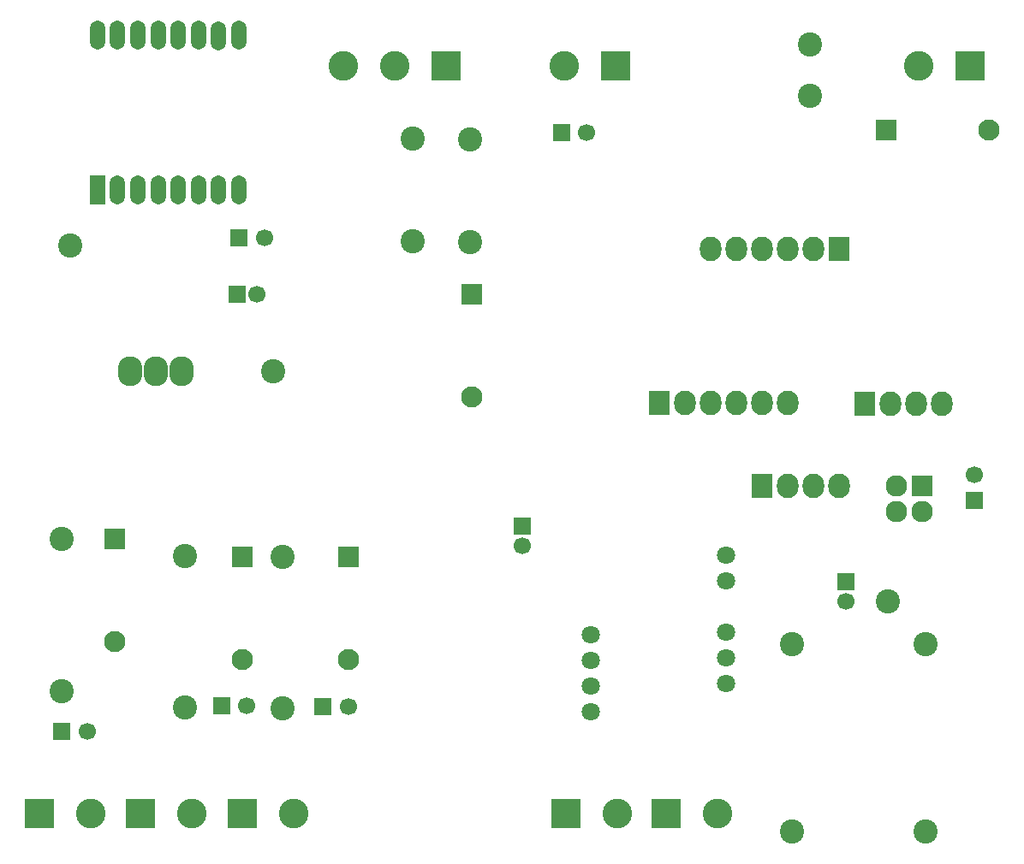
<source format=gbr>
G04 #@! TF.FileFunction,Soldermask,Top*
%FSLAX46Y46*%
G04 Gerber Fmt 4.6, Leading zero omitted, Abs format (unit mm)*
G04 Created by KiCad (PCBNEW 4.0.2+dfsg1-stable) date sáb 25 feb 2017 08:56:35 CET*
%MOMM*%
G01*
G04 APERTURE LIST*
%ADD10C,0.100000*%
%ADD11C,2.400000*%
%ADD12C,2.099260*%
%ADD13R,2.099260X2.099260*%
%ADD14R,1.700000X1.700000*%
%ADD15C,1.700000*%
%ADD16R,2.940000X2.940000*%
%ADD17C,2.940000*%
%ADD18C,2.398980*%
%ADD19C,1.800000*%
%ADD20O,2.432000X2.940000*%
%ADD21R,2.127200X2.432000*%
%ADD22O,2.127200X2.432000*%
%ADD23R,1.500000X2.900000*%
%ADD24O,1.500000X2.900000*%
%ADD25R,2.127200X2.127200*%
%ADD26O,2.127200X2.127200*%
G04 APERTURE END LIST*
D10*
D11*
X134500000Y-46260000D03*
X134489840Y-51340000D03*
D12*
X152160520Y-54747460D03*
D13*
X142000520Y-54747460D03*
D12*
X65752540Y-105410520D03*
D13*
X65752540Y-95250520D03*
D14*
X60500000Y-114250000D03*
D15*
X63000000Y-114250000D03*
D14*
X76300000Y-111700000D03*
D15*
X78800000Y-111700000D03*
D14*
X86300000Y-111800000D03*
D15*
X88800000Y-111800000D03*
D14*
X109900000Y-55000000D03*
D15*
X112400000Y-55000000D03*
D12*
X78302540Y-107160520D03*
D13*
X78302540Y-97000520D03*
D12*
X88802540Y-107160520D03*
D13*
X88802540Y-97000520D03*
D16*
X110360000Y-122400000D03*
D17*
X115440000Y-122400000D03*
D16*
X115240000Y-48400000D03*
D17*
X110160000Y-48400000D03*
D16*
X150340000Y-48400000D03*
D17*
X145260000Y-48400000D03*
D16*
X78360000Y-122400000D03*
D17*
X83440000Y-122400000D03*
D16*
X58260000Y-122400000D03*
D17*
X63340000Y-122400000D03*
D16*
X98480000Y-48400000D03*
D17*
X93400000Y-48400000D03*
X88320000Y-48400000D03*
D16*
X68260000Y-122400000D03*
D17*
X73340000Y-122400000D03*
D16*
X120260000Y-122400000D03*
D17*
X125340000Y-122400000D03*
D18*
X100900000Y-65800000D03*
X100900000Y-55640000D03*
X60500000Y-95250000D03*
X60500000Y-110250000D03*
X72650000Y-96895000D03*
X72650000Y-111895000D03*
X82300000Y-97000000D03*
X82300000Y-112000000D03*
X95200000Y-55600000D03*
X95200000Y-65760000D03*
D19*
X126200000Y-96800000D03*
X126200000Y-99340000D03*
X126200000Y-104420000D03*
X126200000Y-106960000D03*
X126200000Y-109500000D03*
X112760000Y-104660000D03*
X112760000Y-107200000D03*
X112760000Y-109740000D03*
X112760000Y-112280000D03*
D20*
X69800000Y-78600000D03*
X67260000Y-78600000D03*
X72340000Y-78600000D03*
D14*
X138000000Y-99400000D03*
D15*
X138000000Y-101400000D03*
D14*
X77800000Y-71000000D03*
D15*
X79800000Y-71000000D03*
D14*
X106000000Y-93900000D03*
D15*
X106000000Y-95900000D03*
D11*
X145904000Y-105602000D03*
X132696000Y-105602000D03*
X145904000Y-124144000D03*
X132696000Y-124144000D03*
D14*
X78000000Y-65400000D03*
D15*
X80500000Y-65400000D03*
D14*
X150700000Y-91400000D03*
D15*
X150700000Y-88900000D03*
D21*
X137330000Y-66540000D03*
D22*
X134790000Y-66540000D03*
X132250000Y-66540000D03*
X129710000Y-66540000D03*
X127170000Y-66540000D03*
X124630000Y-66540000D03*
D23*
X64000000Y-60700000D03*
D24*
X66000000Y-60700000D03*
X68000000Y-60700000D03*
X70000000Y-60700000D03*
X72000000Y-60700000D03*
X74000000Y-60700000D03*
X76000000Y-60700000D03*
X78000000Y-60700000D03*
X78000000Y-45300000D03*
X76000000Y-45400000D03*
X74000000Y-45300000D03*
X72000000Y-45300000D03*
X70000000Y-45300000D03*
X68000000Y-45300000D03*
X66000000Y-45300000D03*
X64000000Y-45300000D03*
D21*
X129700000Y-90000000D03*
D22*
X132240000Y-90000000D03*
X134780000Y-90000000D03*
X137320000Y-90000000D03*
D21*
X139860000Y-81820000D03*
D22*
X142400000Y-81820000D03*
X144940000Y-81820000D03*
X147480000Y-81820000D03*
D21*
X119550000Y-81780000D03*
D22*
X122090000Y-81780000D03*
X124630000Y-81780000D03*
X127170000Y-81780000D03*
X129710000Y-81780000D03*
X132250000Y-81780000D03*
D18*
X142200000Y-101400000D03*
X61350000Y-66210000D03*
X81400000Y-78600000D03*
D12*
X101002540Y-81160520D03*
D13*
X101002540Y-71000520D03*
D25*
X145600000Y-90000000D03*
D26*
X145600000Y-92540000D03*
X143060000Y-90000000D03*
X143060000Y-92540000D03*
M02*

</source>
